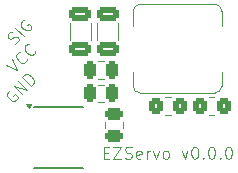
<source format=gbr>
%TF.GenerationSoftware,KiCad,Pcbnew,8.0.2-1*%
%TF.CreationDate,2024-06-01T01:17:10-04:00*%
%TF.ProjectId,ez-servo,657a2d73-6572-4766-9f2e-6b696361645f,v0.0.0*%
%TF.SameCoordinates,Original*%
%TF.FileFunction,Legend,Top*%
%TF.FilePolarity,Positive*%
%FSLAX46Y46*%
G04 Gerber Fmt 4.6, Leading zero omitted, Abs format (unit mm)*
G04 Created by KiCad (PCBNEW 8.0.2-1) date 2024-06-01 01:17:10*
%MOMM*%
%LPD*%
G01*
G04 APERTURE LIST*
G04 Aperture macros list*
%AMRoundRect*
0 Rectangle with rounded corners*
0 $1 Rounding radius*
0 $2 $3 $4 $5 $6 $7 $8 $9 X,Y pos of 4 corners*
0 Add a 4 corners polygon primitive as box body*
4,1,4,$2,$3,$4,$5,$6,$7,$8,$9,$2,$3,0*
0 Add four circle primitives for the rounded corners*
1,1,$1+$1,$2,$3*
1,1,$1+$1,$4,$5*
1,1,$1+$1,$6,$7*
1,1,$1+$1,$8,$9*
0 Add four rect primitives between the rounded corners*
20,1,$1+$1,$2,$3,$4,$5,0*
20,1,$1+$1,$4,$5,$6,$7,0*
20,1,$1+$1,$6,$7,$8,$9,0*
20,1,$1+$1,$8,$9,$2,$3,0*%
G04 Aperture macros list end*
%ADD10C,0.100000*%
%ADD11C,0.120000*%
%ADD12C,0.150000*%
%ADD13R,1.500000X4.000000*%
%ADD14RoundRect,0.250000X0.350000X0.450000X-0.350000X0.450000X-0.350000X-0.450000X0.350000X-0.450000X0*%
%ADD15RoundRect,0.250000X-0.350000X-0.450000X0.350000X-0.450000X0.350000X0.450000X-0.350000X0.450000X0*%
%ADD16R,3.000000X3.500000*%
%ADD17RoundRect,0.250000X0.475000X-0.250000X0.475000X0.250000X-0.475000X0.250000X-0.475000X-0.250000X0*%
%ADD18RoundRect,0.250000X0.650000X-0.325000X0.650000X0.325000X-0.650000X0.325000X-0.650000X-0.325000X0*%
%ADD19RoundRect,0.250000X-0.250000X-0.475000X0.250000X-0.475000X0.250000X0.475000X-0.250000X0.475000X0*%
%ADD20R,1.550000X0.600000*%
%ADD21R,2.600000X3.100000*%
%ADD22R,1.700000X1.700000*%
%ADD23O,1.700000X1.700000*%
G04 APERTURE END LIST*
D10*
X1227321Y-3704908D02*
X1362008Y-3637564D01*
X1362008Y-3637564D02*
X1530367Y-3469205D01*
X1530367Y-3469205D02*
X1564039Y-3368190D01*
X1564039Y-3368190D02*
X1564039Y-3300847D01*
X1564039Y-3300847D02*
X1530367Y-3199831D01*
X1530367Y-3199831D02*
X1463024Y-3132488D01*
X1463024Y-3132488D02*
X1362008Y-3098816D01*
X1362008Y-3098816D02*
X1294665Y-3098816D01*
X1294665Y-3098816D02*
X1193649Y-3132488D01*
X1193649Y-3132488D02*
X1025291Y-3233503D01*
X1025291Y-3233503D02*
X924275Y-3267175D01*
X924275Y-3267175D02*
X856932Y-3267175D01*
X856932Y-3267175D02*
X755917Y-3233503D01*
X755917Y-3233503D02*
X688573Y-3166160D01*
X688573Y-3166160D02*
X654901Y-3065144D01*
X654901Y-3065144D02*
X654901Y-2997801D01*
X654901Y-2997801D02*
X688573Y-2896786D01*
X688573Y-2896786D02*
X856932Y-2728427D01*
X856932Y-2728427D02*
X991619Y-2661083D01*
X1968100Y-3031472D02*
X1260993Y-2324366D01*
X2001771Y-1650931D02*
X1900756Y-1684603D01*
X1900756Y-1684603D02*
X1799741Y-1785618D01*
X1799741Y-1785618D02*
X1732397Y-1920305D01*
X1732397Y-1920305D02*
X1732397Y-2054992D01*
X1732397Y-2054992D02*
X1766069Y-2156007D01*
X1766069Y-2156007D02*
X1867084Y-2324366D01*
X1867084Y-2324366D02*
X1968099Y-2425381D01*
X1968099Y-2425381D02*
X2136458Y-2526397D01*
X2136458Y-2526397D02*
X2237473Y-2560068D01*
X2237473Y-2560068D02*
X2372160Y-2560068D01*
X2372160Y-2560068D02*
X2506847Y-2492725D01*
X2506847Y-2492725D02*
X2574191Y-2425381D01*
X2574191Y-2425381D02*
X2641535Y-2290694D01*
X2641535Y-2290694D02*
X2641535Y-2223351D01*
X2641535Y-2223351D02*
X2405832Y-1987649D01*
X2405832Y-1987649D02*
X2271145Y-2122336D01*
X506543Y-5448816D02*
X1449352Y-5920221D01*
X1449352Y-5920221D02*
X977947Y-4977411D01*
X2257474Y-4977411D02*
X2257474Y-5044755D01*
X2257474Y-5044755D02*
X2190130Y-5179442D01*
X2190130Y-5179442D02*
X2122787Y-5246785D01*
X2122787Y-5246785D02*
X1988100Y-5314129D01*
X1988100Y-5314129D02*
X1853413Y-5314129D01*
X1853413Y-5314129D02*
X1752398Y-5280457D01*
X1752398Y-5280457D02*
X1584039Y-5179442D01*
X1584039Y-5179442D02*
X1483024Y-5078427D01*
X1483024Y-5078427D02*
X1382008Y-4910068D01*
X1382008Y-4910068D02*
X1348337Y-4809053D01*
X1348337Y-4809053D02*
X1348337Y-4674366D01*
X1348337Y-4674366D02*
X1415680Y-4539679D01*
X1415680Y-4539679D02*
X1483024Y-4472335D01*
X1483024Y-4472335D02*
X1617711Y-4404992D01*
X1617711Y-4404992D02*
X1685054Y-4404992D01*
X2964581Y-4270305D02*
X2964581Y-4337648D01*
X2964581Y-4337648D02*
X2897237Y-4472335D01*
X2897237Y-4472335D02*
X2829894Y-4539679D01*
X2829894Y-4539679D02*
X2695207Y-4607022D01*
X2695207Y-4607022D02*
X2560520Y-4607022D01*
X2560520Y-4607022D02*
X2459504Y-4573350D01*
X2459504Y-4573350D02*
X2291146Y-4472335D01*
X2291146Y-4472335D02*
X2190130Y-4371320D01*
X2190130Y-4371320D02*
X2089115Y-4202961D01*
X2089115Y-4202961D02*
X2055443Y-4101946D01*
X2055443Y-4101946D02*
X2055443Y-3967259D01*
X2055443Y-3967259D02*
X2122787Y-3832572D01*
X2122787Y-3832572D02*
X2190130Y-3765228D01*
X2190130Y-3765228D02*
X2324817Y-3697885D01*
X2324817Y-3697885D02*
X2392161Y-3697885D01*
X8753884Y-12898609D02*
X9087217Y-12898609D01*
X9230074Y-13422419D02*
X8753884Y-13422419D01*
X8753884Y-13422419D02*
X8753884Y-12422419D01*
X8753884Y-12422419D02*
X9230074Y-12422419D01*
X9563408Y-12422419D02*
X10230074Y-12422419D01*
X10230074Y-12422419D02*
X9563408Y-13422419D01*
X9563408Y-13422419D02*
X10230074Y-13422419D01*
X10563408Y-13374800D02*
X10706265Y-13422419D01*
X10706265Y-13422419D02*
X10944360Y-13422419D01*
X10944360Y-13422419D02*
X11039598Y-13374800D01*
X11039598Y-13374800D02*
X11087217Y-13327180D01*
X11087217Y-13327180D02*
X11134836Y-13231942D01*
X11134836Y-13231942D02*
X11134836Y-13136704D01*
X11134836Y-13136704D02*
X11087217Y-13041466D01*
X11087217Y-13041466D02*
X11039598Y-12993847D01*
X11039598Y-12993847D02*
X10944360Y-12946228D01*
X10944360Y-12946228D02*
X10753884Y-12898609D01*
X10753884Y-12898609D02*
X10658646Y-12850990D01*
X10658646Y-12850990D02*
X10611027Y-12803371D01*
X10611027Y-12803371D02*
X10563408Y-12708133D01*
X10563408Y-12708133D02*
X10563408Y-12612895D01*
X10563408Y-12612895D02*
X10611027Y-12517657D01*
X10611027Y-12517657D02*
X10658646Y-12470038D01*
X10658646Y-12470038D02*
X10753884Y-12422419D01*
X10753884Y-12422419D02*
X10991979Y-12422419D01*
X10991979Y-12422419D02*
X11134836Y-12470038D01*
X11944360Y-13374800D02*
X11849122Y-13422419D01*
X11849122Y-13422419D02*
X11658646Y-13422419D01*
X11658646Y-13422419D02*
X11563408Y-13374800D01*
X11563408Y-13374800D02*
X11515789Y-13279561D01*
X11515789Y-13279561D02*
X11515789Y-12898609D01*
X11515789Y-12898609D02*
X11563408Y-12803371D01*
X11563408Y-12803371D02*
X11658646Y-12755752D01*
X11658646Y-12755752D02*
X11849122Y-12755752D01*
X11849122Y-12755752D02*
X11944360Y-12803371D01*
X11944360Y-12803371D02*
X11991979Y-12898609D01*
X11991979Y-12898609D02*
X11991979Y-12993847D01*
X11991979Y-12993847D02*
X11515789Y-13089085D01*
X12420551Y-13422419D02*
X12420551Y-12755752D01*
X12420551Y-12946228D02*
X12468170Y-12850990D01*
X12468170Y-12850990D02*
X12515789Y-12803371D01*
X12515789Y-12803371D02*
X12611027Y-12755752D01*
X12611027Y-12755752D02*
X12706265Y-12755752D01*
X12944361Y-12755752D02*
X13182456Y-13422419D01*
X13182456Y-13422419D02*
X13420551Y-12755752D01*
X13944361Y-13422419D02*
X13849123Y-13374800D01*
X13849123Y-13374800D02*
X13801504Y-13327180D01*
X13801504Y-13327180D02*
X13753885Y-13231942D01*
X13753885Y-13231942D02*
X13753885Y-12946228D01*
X13753885Y-12946228D02*
X13801504Y-12850990D01*
X13801504Y-12850990D02*
X13849123Y-12803371D01*
X13849123Y-12803371D02*
X13944361Y-12755752D01*
X13944361Y-12755752D02*
X14087218Y-12755752D01*
X14087218Y-12755752D02*
X14182456Y-12803371D01*
X14182456Y-12803371D02*
X14230075Y-12850990D01*
X14230075Y-12850990D02*
X14277694Y-12946228D01*
X14277694Y-12946228D02*
X14277694Y-13231942D01*
X14277694Y-13231942D02*
X14230075Y-13327180D01*
X14230075Y-13327180D02*
X14182456Y-13374800D01*
X14182456Y-13374800D02*
X14087218Y-13422419D01*
X14087218Y-13422419D02*
X13944361Y-13422419D01*
X15372933Y-12755752D02*
X15611028Y-13422419D01*
X15611028Y-13422419D02*
X15849123Y-12755752D01*
X16420552Y-12422419D02*
X16515790Y-12422419D01*
X16515790Y-12422419D02*
X16611028Y-12470038D01*
X16611028Y-12470038D02*
X16658647Y-12517657D01*
X16658647Y-12517657D02*
X16706266Y-12612895D01*
X16706266Y-12612895D02*
X16753885Y-12803371D01*
X16753885Y-12803371D02*
X16753885Y-13041466D01*
X16753885Y-13041466D02*
X16706266Y-13231942D01*
X16706266Y-13231942D02*
X16658647Y-13327180D01*
X16658647Y-13327180D02*
X16611028Y-13374800D01*
X16611028Y-13374800D02*
X16515790Y-13422419D01*
X16515790Y-13422419D02*
X16420552Y-13422419D01*
X16420552Y-13422419D02*
X16325314Y-13374800D01*
X16325314Y-13374800D02*
X16277695Y-13327180D01*
X16277695Y-13327180D02*
X16230076Y-13231942D01*
X16230076Y-13231942D02*
X16182457Y-13041466D01*
X16182457Y-13041466D02*
X16182457Y-12803371D01*
X16182457Y-12803371D02*
X16230076Y-12612895D01*
X16230076Y-12612895D02*
X16277695Y-12517657D01*
X16277695Y-12517657D02*
X16325314Y-12470038D01*
X16325314Y-12470038D02*
X16420552Y-12422419D01*
X17182457Y-13327180D02*
X17230076Y-13374800D01*
X17230076Y-13374800D02*
X17182457Y-13422419D01*
X17182457Y-13422419D02*
X17134838Y-13374800D01*
X17134838Y-13374800D02*
X17182457Y-13327180D01*
X17182457Y-13327180D02*
X17182457Y-13422419D01*
X17849123Y-12422419D02*
X17944361Y-12422419D01*
X17944361Y-12422419D02*
X18039599Y-12470038D01*
X18039599Y-12470038D02*
X18087218Y-12517657D01*
X18087218Y-12517657D02*
X18134837Y-12612895D01*
X18134837Y-12612895D02*
X18182456Y-12803371D01*
X18182456Y-12803371D02*
X18182456Y-13041466D01*
X18182456Y-13041466D02*
X18134837Y-13231942D01*
X18134837Y-13231942D02*
X18087218Y-13327180D01*
X18087218Y-13327180D02*
X18039599Y-13374800D01*
X18039599Y-13374800D02*
X17944361Y-13422419D01*
X17944361Y-13422419D02*
X17849123Y-13422419D01*
X17849123Y-13422419D02*
X17753885Y-13374800D01*
X17753885Y-13374800D02*
X17706266Y-13327180D01*
X17706266Y-13327180D02*
X17658647Y-13231942D01*
X17658647Y-13231942D02*
X17611028Y-13041466D01*
X17611028Y-13041466D02*
X17611028Y-12803371D01*
X17611028Y-12803371D02*
X17658647Y-12612895D01*
X17658647Y-12612895D02*
X17706266Y-12517657D01*
X17706266Y-12517657D02*
X17753885Y-12470038D01*
X17753885Y-12470038D02*
X17849123Y-12422419D01*
X18611028Y-13327180D02*
X18658647Y-13374800D01*
X18658647Y-13374800D02*
X18611028Y-13422419D01*
X18611028Y-13422419D02*
X18563409Y-13374800D01*
X18563409Y-13374800D02*
X18611028Y-13327180D01*
X18611028Y-13327180D02*
X18611028Y-13422419D01*
X19277694Y-12422419D02*
X19372932Y-12422419D01*
X19372932Y-12422419D02*
X19468170Y-12470038D01*
X19468170Y-12470038D02*
X19515789Y-12517657D01*
X19515789Y-12517657D02*
X19563408Y-12612895D01*
X19563408Y-12612895D02*
X19611027Y-12803371D01*
X19611027Y-12803371D02*
X19611027Y-13041466D01*
X19611027Y-13041466D02*
X19563408Y-13231942D01*
X19563408Y-13231942D02*
X19515789Y-13327180D01*
X19515789Y-13327180D02*
X19468170Y-13374800D01*
X19468170Y-13374800D02*
X19372932Y-13422419D01*
X19372932Y-13422419D02*
X19277694Y-13422419D01*
X19277694Y-13422419D02*
X19182456Y-13374800D01*
X19182456Y-13374800D02*
X19134837Y-13327180D01*
X19134837Y-13327180D02*
X19087218Y-13231942D01*
X19087218Y-13231942D02*
X19039599Y-13041466D01*
X19039599Y-13041466D02*
X19039599Y-12803371D01*
X19039599Y-12803371D02*
X19087218Y-12612895D01*
X19087218Y-12612895D02*
X19134837Y-12517657D01*
X19134837Y-12517657D02*
X19182456Y-12470038D01*
X19182456Y-12470038D02*
X19277694Y-12422419D01*
X831619Y-7631083D02*
X730604Y-7664755D01*
X730604Y-7664755D02*
X629588Y-7765770D01*
X629588Y-7765770D02*
X562245Y-7900457D01*
X562245Y-7900457D02*
X562245Y-8035144D01*
X562245Y-8035144D02*
X595917Y-8136160D01*
X595917Y-8136160D02*
X696932Y-8304518D01*
X696932Y-8304518D02*
X797947Y-8405534D01*
X797947Y-8405534D02*
X966306Y-8506549D01*
X966306Y-8506549D02*
X1067321Y-8540221D01*
X1067321Y-8540221D02*
X1202008Y-8540221D01*
X1202008Y-8540221D02*
X1336695Y-8472877D01*
X1336695Y-8472877D02*
X1404039Y-8405534D01*
X1404039Y-8405534D02*
X1471382Y-8270847D01*
X1471382Y-8270847D02*
X1471382Y-8203503D01*
X1471382Y-8203503D02*
X1235680Y-7967801D01*
X1235680Y-7967801D02*
X1100993Y-8102488D01*
X1841772Y-7967801D02*
X1134665Y-7260694D01*
X1134665Y-7260694D02*
X2245833Y-7563740D01*
X2245833Y-7563740D02*
X1538726Y-6856633D01*
X2582550Y-7227022D02*
X1875443Y-6519915D01*
X1875443Y-6519915D02*
X2043802Y-6351557D01*
X2043802Y-6351557D02*
X2178489Y-6284213D01*
X2178489Y-6284213D02*
X2313176Y-6284213D01*
X2313176Y-6284213D02*
X2414191Y-6317885D01*
X2414191Y-6317885D02*
X2582550Y-6418900D01*
X2582550Y-6418900D02*
X2683565Y-6519915D01*
X2683565Y-6519915D02*
X2784581Y-6688274D01*
X2784581Y-6688274D02*
X2818252Y-6789289D01*
X2818252Y-6789289D02*
X2818252Y-6923976D01*
X2818252Y-6923976D02*
X2750909Y-7058664D01*
X2750909Y-7058664D02*
X2582550Y-7227022D01*
D11*
%TO.C,R3*%
X14417064Y-8215000D02*
X13962936Y-8215000D01*
X14417064Y-9685000D02*
X13962936Y-9685000D01*
%TO.C,R1*%
X17672936Y-8215000D02*
X18127064Y-8215000D01*
X17672936Y-9685000D02*
X18127064Y-9685000D01*
%TO.C,L1*%
X11240000Y-2150000D02*
X11240000Y-1000000D01*
X11240000Y-7260000D02*
X11240000Y-6050000D01*
X11840000Y-340000D02*
X18160000Y-340000D01*
X18160000Y-7860000D02*
X11840000Y-7860000D01*
X18760000Y-950000D02*
X18760000Y-2150000D01*
X18760000Y-6050000D02*
X18760000Y-7260000D01*
X11240000Y-1000000D02*
G75*
G02*
X11840000Y-340000I630000J30000D01*
G01*
X11840000Y-7860000D02*
G75*
G02*
X11240000Y-7260000I0J600000D01*
G01*
X18160000Y-340000D02*
G75*
G02*
X18760000Y-950000I-5004J-605004D01*
G01*
X18760000Y-7260000D02*
G75*
G02*
X18160000Y-7860000I-600000J0D01*
G01*
%TO.C,C1*%
X8895000Y-10831252D02*
X8895000Y-10308748D01*
X10365000Y-10831252D02*
X10365000Y-10308748D01*
%TO.C,C4*%
X8180000Y-3331252D02*
X8180000Y-1908748D01*
X10000000Y-3331252D02*
X10000000Y-1908748D01*
%TO.C,C5*%
X8268748Y-5185000D02*
X8791252Y-5185000D01*
X8268748Y-6655000D02*
X8791252Y-6655000D01*
%TO.C,C3*%
X5870000Y-3331252D02*
X5870000Y-1908748D01*
X7690000Y-3331252D02*
X7690000Y-1908748D01*
D12*
%TO.C,U1*%
X2825000Y-9055000D02*
X6975000Y-9055000D01*
X2825000Y-14205000D02*
X6975000Y-14205000D01*
D11*
X2400000Y-9130000D02*
X2160000Y-8800000D01*
X2640000Y-8800000D01*
X2400000Y-9130000D01*
G36*
X2400000Y-9130000D02*
G01*
X2160000Y-8800000D01*
X2640000Y-8800000D01*
X2400000Y-9130000D01*
G37*
%TO.C,C6*%
X8268748Y-7155000D02*
X8791252Y-7155000D01*
X8268748Y-8625000D02*
X8791252Y-8625000D01*
%TD*%
%LPC*%
D13*
%TO.C,J1*%
X3250000Y-17000000D03*
X5250000Y-17000000D03*
X7250000Y-17000000D03*
X9250000Y-17000000D03*
X11250000Y-17000000D03*
X13250000Y-17000000D03*
X15250000Y-17000000D03*
X17250000Y-17000000D03*
%TD*%
D14*
%TO.C,R3*%
X15190000Y-8950000D03*
X13190000Y-8950000D03*
%TD*%
D15*
%TO.C,R1*%
X16900000Y-8950000D03*
X18900000Y-8950000D03*
%TD*%
D16*
%TO.C,L1*%
X18000000Y-4100000D03*
X12000000Y-4100000D03*
%TD*%
D17*
%TO.C,C1*%
X9630000Y-11520000D03*
X9630000Y-9620000D03*
%TD*%
D18*
%TO.C,C4*%
X9090000Y-4095000D03*
X9090000Y-1145000D03*
%TD*%
D19*
%TO.C,C5*%
X7580000Y-5920000D03*
X9480000Y-5920000D03*
%TD*%
D18*
%TO.C,C3*%
X6780000Y-4095000D03*
X6780000Y-1145000D03*
%TD*%
D20*
%TO.C,U1*%
X2200000Y-9725000D03*
X2200000Y-10995000D03*
X2200000Y-12265000D03*
X2200000Y-13535000D03*
X7600000Y-13535000D03*
X7600000Y-12265000D03*
X7600000Y-10995000D03*
X7600000Y-9725000D03*
D21*
X4900000Y-11630000D03*
%TD*%
D19*
%TO.C,C6*%
X7580000Y-7890000D03*
X9480000Y-7890000D03*
%TD*%
D22*
%TO.C,J2*%
X4150000Y-1850000D03*
D23*
X4150000Y-4390000D03*
X4150000Y-6930000D03*
%TD*%
D22*
%TO.C,J3*%
X18200000Y-10930000D03*
D23*
X15660000Y-10930000D03*
X13120000Y-10930000D03*
%TD*%
%LPD*%
M02*

</source>
